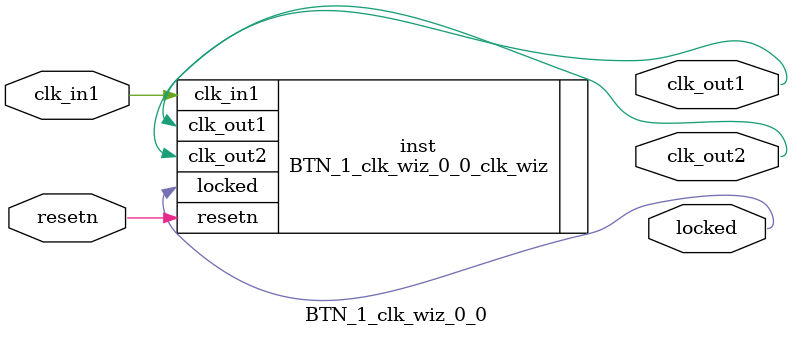
<source format=v>


`timescale 1ps/1ps

(* CORE_GENERATION_INFO = "BTN_1_clk_wiz_0_0,clk_wiz_v6_0_11_0_0,{component_name=BTN_1_clk_wiz_0_0,use_phase_alignment=true,use_min_o_jitter=false,use_max_i_jitter=false,use_dyn_phase_shift=false,use_inclk_switchover=false,use_dyn_reconfig=false,enable_axi=0,feedback_source=FDBK_AUTO,PRIMITIVE=MMCM,num_out_clk=2,clkin1_period=10.000,clkin2_period=10.000,use_power_down=false,use_reset=true,use_locked=true,use_inclk_stopped=false,feedback_type=SINGLE,CLOCK_MGR_TYPE=NA,manual_override=false}" *)

module BTN_1_clk_wiz_0_0 
 (
  // Clock out ports
  output        clk_out1,
  output        clk_out2,
  // Status and control signals
  input         resetn,
  output        locked,
 // Clock in ports
  input         clk_in1
 );

  BTN_1_clk_wiz_0_0_clk_wiz inst
  (
  // Clock out ports  
  .clk_out1(clk_out1),
  .clk_out2(clk_out2),
  // Status and control signals               
  .resetn(resetn), 
  .locked(locked),
 // Clock in ports
  .clk_in1(clk_in1)
  );

endmodule

</source>
